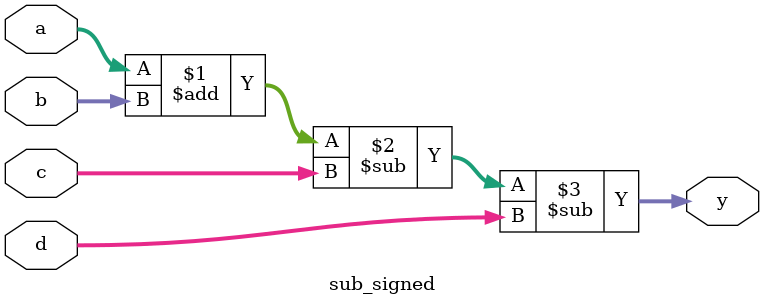
<source format=v>
module sub_signed(
	input  signed [7:0] a, b, c, d,
	output signed [9:0] y
);
	assign y = a + b - c - d;
endmodule

</source>
